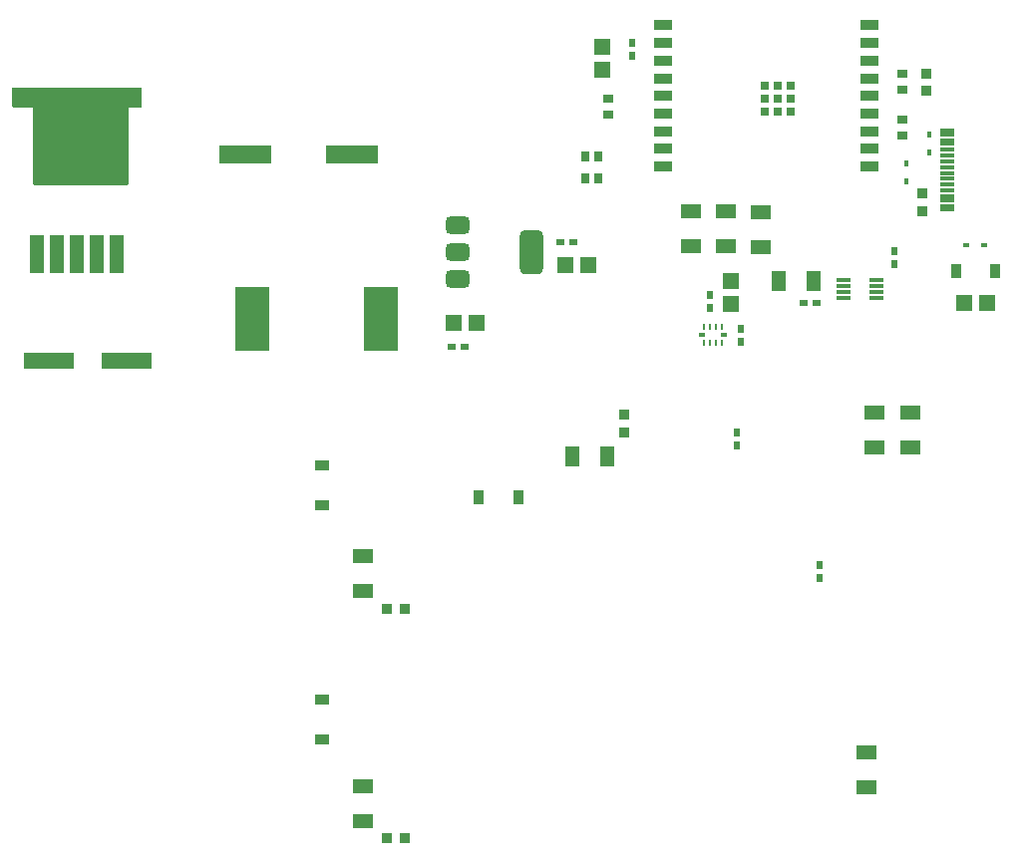
<source format=gbr>
%TF.GenerationSoftware,KiCad,Pcbnew,9.0.1*%
%TF.CreationDate,2025-04-28T19:38:50-07:00*%
%TF.ProjectId,rev0A,72657630-412e-46b6-9963-61645f706362,rev?*%
%TF.SameCoordinates,Original*%
%TF.FileFunction,Paste,Top*%
%TF.FilePolarity,Positive*%
%FSLAX46Y46*%
G04 Gerber Fmt 4.6, Leading zero omitted, Abs format (unit mm)*
G04 Created by KiCad (PCBNEW 9.0.1) date 2025-04-28 19:38:50*
%MOMM*%
%LPD*%
G01*
G04 APERTURE LIST*
G04 Aperture macros list*
%AMRoundRect*
0 Rectangle with rounded corners*
0 $1 Rounding radius*
0 $2 $3 $4 $5 $6 $7 $8 $9 X,Y pos of 4 corners*
0 Add a 4 corners polygon primitive as box body*
4,1,4,$2,$3,$4,$5,$6,$7,$8,$9,$2,$3,0*
0 Add four circle primitives for the rounded corners*
1,1,$1+$1,$2,$3*
1,1,$1+$1,$4,$5*
1,1,$1+$1,$6,$7*
1,1,$1+$1,$8,$9*
0 Add four rect primitives between the rounded corners*
20,1,$1+$1,$2,$3,$4,$5,0*
20,1,$1+$1,$4,$5,$6,$7,0*
20,1,$1+$1,$6,$7,$8,$9,0*
20,1,$1+$1,$8,$9,$2,$3,0*%
%AMFreePoly0*
4,1,21,4.105355,5.815355,4.120000,5.780000,4.120000,-5.140000,4.105355,-5.175355,4.070000,-5.190000,2.540000,-5.190000,2.504645,-5.175355,2.490000,-5.140000,2.490000,-4.050000,-4.060000,-4.050000,-4.095355,-4.035355,-4.110000,-4.000000,-4.110000,4.000000,-4.095355,4.035355,-4.060000,4.050000,2.490000,4.050000,2.490000,5.780000,2.504645,5.815355,2.540000,5.830000,4.070000,5.830000,
4.105355,5.815355,4.105355,5.815355,$1*%
G04 Aperture macros list end*
%ADD10R,1.210000X1.700000*%
%ADD11R,0.540000X0.790000*%
%ADD12R,0.860000X0.810000*%
%ADD13R,0.910000X1.220000*%
%ADD14R,2.900000X5.400000*%
%ADD15R,1.350000X1.410000*%
%ADD16R,0.250000X0.580000*%
%ADD17R,0.630000X0.300000*%
%ADD18R,0.900000X0.800000*%
%ADD19R,1.700000X1.210000*%
%ADD20R,0.700000X0.700000*%
%ADD21R,1.500000X0.900000*%
%ADD22RoundRect,0.087500X0.537500X0.087500X-0.537500X0.087500X-0.537500X-0.087500X0.537500X-0.087500X0*%
%ADD23R,0.400000X0.600000*%
%ADD24R,0.790000X0.540000*%
%ADD25R,1.150000X3.200000*%
%ADD26FreePoly0,90.000000*%
%ADD27R,1.300000X0.300000*%
%ADD28R,0.600000X0.400000*%
%ADD29R,1.150000X0.950000*%
%ADD30R,1.410000X1.350000*%
%ADD31R,0.810000X0.860000*%
%ADD32R,4.500000X1.650000*%
%ADD33R,0.700000X0.900000*%
%ADD34R,4.200000X1.400000*%
%ADD35RoundRect,0.375000X-0.625000X-0.375000X0.625000X-0.375000X0.625000X0.375000X-0.625000X0.375000X0*%
%ADD36RoundRect,0.500000X-0.500000X-1.400000X0.500000X-1.400000X0.500000X1.400000X-0.500000X1.400000X0*%
%ADD37R,0.950000X1.150000*%
G04 APERTURE END LIST*
D10*
%TO.C,R6*%
X178165000Y-84000000D03*
X181125000Y-84000000D03*
%TD*%
D11*
%TO.C,C21*%
X187980000Y-81450000D03*
X187980000Y-82550000D03*
%TD*%
D12*
%TO.C,R3*%
X190380000Y-76600000D03*
X190380000Y-78100000D03*
%TD*%
D13*
%TO.C,D2*%
X193240000Y-83200000D03*
X196520000Y-83200000D03*
%TD*%
D11*
%TO.C,C12*%
X181630000Y-108180000D03*
X181630000Y-109280000D03*
%TD*%
D14*
%TO.C,L1*%
X133450000Y-87250000D03*
X144350000Y-87250000D03*
%TD*%
D15*
%TO.C,C7*%
X163180000Y-66100000D03*
X163180000Y-64100000D03*
%TD*%
D11*
%TO.C,C20*%
X174980000Y-89200000D03*
X174980000Y-88100000D03*
%TD*%
D16*
%TO.C,U1*%
X171830000Y-89250000D03*
X172330000Y-89250000D03*
X172830000Y-89250000D03*
X173330000Y-89250000D03*
D17*
X173480000Y-88600000D03*
D16*
X173330000Y-87950000D03*
X172830000Y-87950000D03*
X172330000Y-87950000D03*
X171830000Y-87950000D03*
D17*
X171680000Y-88600000D03*
%TD*%
D18*
%TO.C,C10*%
X188680000Y-67800000D03*
X188680000Y-66400000D03*
%TD*%
D19*
%TO.C,R14*%
X176680000Y-78200000D03*
X176680000Y-81160000D03*
%TD*%
D20*
%TO.C,IC1*%
X176940000Y-67400000D03*
X176940000Y-68500000D03*
X176940000Y-69600000D03*
X178040000Y-67400000D03*
X178040000Y-68500000D03*
X178040000Y-69600000D03*
X179140000Y-67400000D03*
X179140000Y-68500000D03*
X179140000Y-69600000D03*
D21*
X168330000Y-62300000D03*
X168330000Y-63800000D03*
X168330000Y-65300000D03*
X168330000Y-66800000D03*
X168330000Y-68300000D03*
X168330000Y-69800000D03*
X168330000Y-71300000D03*
X168330000Y-72800000D03*
X168330000Y-74300000D03*
X185830000Y-74300000D03*
X185830000Y-72800000D03*
X185830000Y-71300000D03*
X185830000Y-69800000D03*
X185830000Y-68300000D03*
X185830000Y-66800000D03*
X185830000Y-65300000D03*
X185830000Y-63800000D03*
X185830000Y-62300000D03*
%TD*%
D22*
%TO.C,IC2*%
X186480000Y-85450000D03*
X186480000Y-84950000D03*
X186480000Y-84450000D03*
X186480000Y-83950000D03*
X183680000Y-83950000D03*
X183680000Y-84450000D03*
X183680000Y-84950000D03*
X183680000Y-85450000D03*
%TD*%
D23*
%TO.C,D5*%
X190980000Y-71600000D03*
X190980000Y-73100000D03*
%TD*%
D19*
%TO.C,R2*%
X189380000Y-95240000D03*
X189380000Y-98200000D03*
%TD*%
D11*
%TO.C,C18*%
X172280000Y-86300000D03*
X172280000Y-85200000D03*
%TD*%
D24*
%TO.C,C6*%
X159630000Y-80700000D03*
X160730000Y-80700000D03*
%TD*%
D19*
%TO.C,R10*%
X142880000Y-129880000D03*
X142880000Y-126920000D03*
%TD*%
D25*
%TO.C,VREG1*%
X115180000Y-81770000D03*
X116880000Y-81770000D03*
X118580000Y-81770000D03*
X120280000Y-81770000D03*
X121980000Y-81770000D03*
D26*
X118900000Y-71750000D03*
%TD*%
D27*
%TO.C,USBC1*%
X192457500Y-77950000D03*
X192457500Y-77150000D03*
X192457500Y-75850000D03*
X192457500Y-74850000D03*
X192457500Y-74350000D03*
X192457500Y-73350000D03*
X192457500Y-72050000D03*
X192457500Y-71250000D03*
X192457500Y-71550000D03*
X192457500Y-72350000D03*
X192457500Y-72850000D03*
X192457500Y-73850000D03*
X192457500Y-75350000D03*
X192457500Y-76350000D03*
X192457500Y-76850000D03*
X192457500Y-77650000D03*
%TD*%
D23*
%TO.C,D4*%
X188980000Y-75550000D03*
X188980000Y-74050000D03*
%TD*%
D28*
%TO.C,D3*%
X194080000Y-81000000D03*
X195580000Y-81000000D03*
%TD*%
D29*
%TO.C,D7*%
X139380000Y-119610000D03*
X139380000Y-122990000D03*
%TD*%
D30*
%TO.C,C5*%
X160030000Y-82700000D03*
X162030000Y-82700000D03*
%TD*%
D31*
%TO.C,R7*%
X146380000Y-111880000D03*
X144880000Y-111880000D03*
%TD*%
D32*
%TO.C,C2*%
X141900000Y-73250000D03*
X132900000Y-73250000D03*
%TD*%
D12*
%TO.C,R4*%
X190680000Y-67900000D03*
X190680000Y-66400000D03*
%TD*%
D31*
%TO.C,R9*%
X146380000Y-131380000D03*
X144880000Y-131380000D03*
%TD*%
D33*
%TO.C,LED1*%
X161730000Y-75320000D03*
X162830000Y-75320000D03*
X162830000Y-73480000D03*
X161730000Y-73480000D03*
%TD*%
D11*
%TO.C,C8*%
X165680000Y-64900000D03*
X165680000Y-63800000D03*
%TD*%
D24*
%TO.C,C22*%
X181365000Y-85900000D03*
X180265000Y-85900000D03*
%TD*%
D30*
%TO.C,C3*%
X150530000Y-87600000D03*
X152530000Y-87600000D03*
%TD*%
D19*
%TO.C,R8*%
X142880000Y-110380000D03*
X142880000Y-107420000D03*
%TD*%
D30*
%TO.C,C14*%
X193880000Y-85900000D03*
X195880000Y-85900000D03*
%TD*%
D19*
%TO.C,R15*%
X173680000Y-78140000D03*
X173680000Y-81100000D03*
%TD*%
D34*
%TO.C,C1*%
X116210000Y-90800000D03*
X122750000Y-90800000D03*
%TD*%
D10*
%TO.C,R12*%
X163560000Y-98900000D03*
X160600000Y-98900000D03*
%TD*%
D18*
%TO.C,C9*%
X163680000Y-69900000D03*
X163680000Y-68500000D03*
%TD*%
D29*
%TO.C,D6*%
X139380000Y-99690000D03*
X139380000Y-103070000D03*
%TD*%
D19*
%TO.C,R16*%
X170680000Y-78140000D03*
X170680000Y-81100000D03*
%TD*%
D35*
%TO.C,VREG2*%
X150880000Y-79300000D03*
X150880000Y-81600000D03*
D36*
X157180000Y-81600000D03*
D35*
X150880000Y-83900000D03*
%TD*%
D19*
%TO.C,R1*%
X186280000Y-95200000D03*
X186280000Y-98160000D03*
%TD*%
D24*
%TO.C,C4*%
X150430000Y-89600000D03*
X151530000Y-89600000D03*
%TD*%
D15*
%TO.C,C17*%
X174080000Y-86000000D03*
X174080000Y-84000000D03*
%TD*%
D11*
%TO.C,C13*%
X174630000Y-96870000D03*
X174630000Y-97970000D03*
%TD*%
D37*
%TO.C,D8*%
X152690000Y-102400000D03*
X156070000Y-102400000D03*
%TD*%
D12*
%TO.C,R11*%
X165060000Y-95400000D03*
X165060000Y-96900000D03*
%TD*%
D19*
%TO.C,R13*%
X185580000Y-124040000D03*
X185580000Y-127000000D03*
%TD*%
D18*
%TO.C,C11*%
X188680000Y-70300000D03*
X188680000Y-71700000D03*
%TD*%
M02*

</source>
